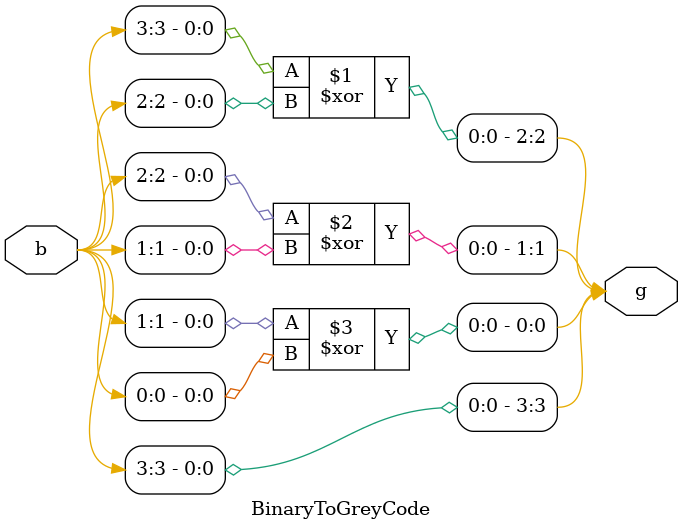
<source format=v>
`timescale 1ns / 1ps
module BinaryToGreyCode(
		input [3:0]b,
		output [3:0]g
    );
	 assign g[3]=b[3];
	 assign g[2]=b[3]^b[2];
	 assign g[1]=b[2]^b[1];
	 assign g[0]=b[1]^b[0];
	 
endmodule

</source>
